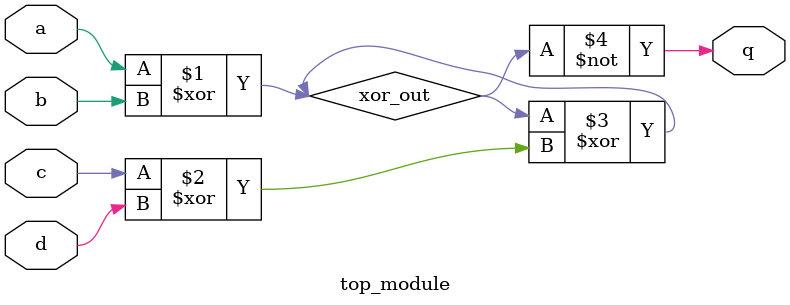
<source format=sv>
module top_module (
	input a, 
	input b, 
	input c, 
	input d,
	output q
);

// Intermediate signal for XOR operation
wire xor_out;

// XOR gate for a and b inputs
assign xor_out = a ^ b;

// XOR gate for c and d inputs
assign xor_out = xor_out ^ (c ^ d);

// Inverter for the output
assign q = ~xor_out;

endmodule

</source>
